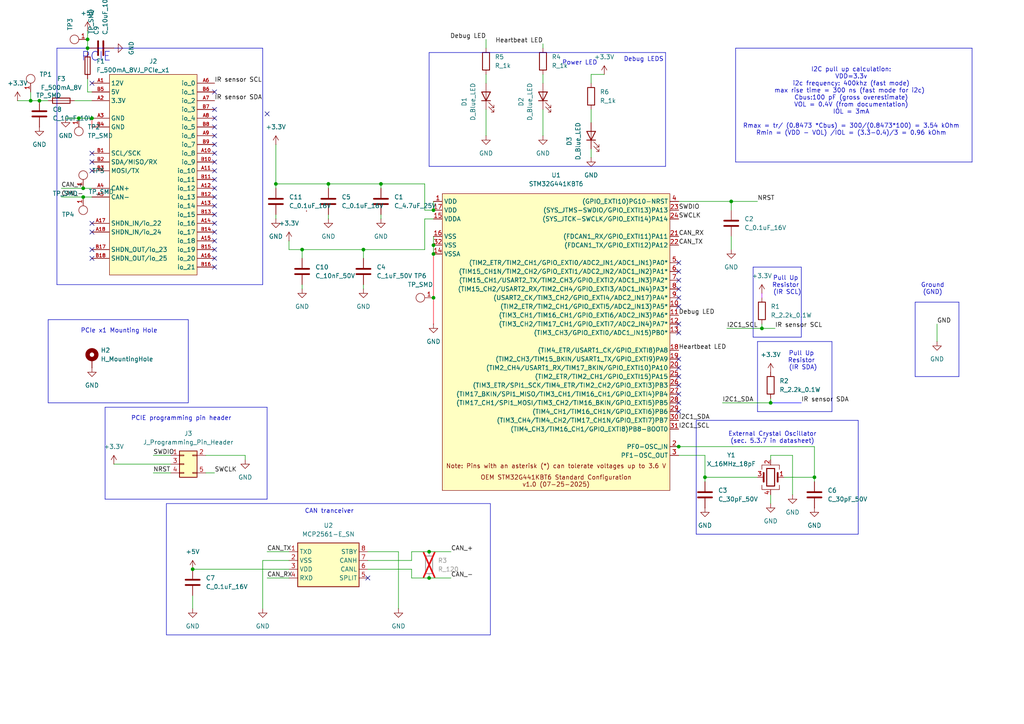
<source format=kicad_sch>
(kicad_sch (version 20250114) (generator "eeschema") (generator_version "9.0")
  (paper "A4")
  (lib_symbols
    (symbol "J_PCIe_x1_1"
      (property "Reference" "J" (at 0 30.48 0))
      (property "Value" "J_PCIe_x1" (at 0 27.94 0))
      (symbol "J_PCIe_x1_1_1_1"
        (pin bidirectional line (at -17.78 24.13 0) (length 5) (name "12V") (number "A1"))
        (pin bidirectional line (at -17.78 21.59 0) (length 5) (name "5V") (number "B5"))
        (pin bidirectional line (at -17.78 19.05 0) (length 5) (name "3.3V") (number "A2"))
        (pin bidirectional line (at -17.78 13.97 0) (length 5) (name "GND") (number "A3"))
        (pin bidirectional line (at -17.78 11.43 0) (length 5) (name "GND") (number "B4"))
        (pin bidirectional line (at -17.78 3.81 0) (length 5) (name "SCL/SCK") (number "B1"))
        (pin bidirectional line (at -17.78 1.27 0) (length 5) (name "SDA/MISO/RX") (number "B2"))
        (pin bidirectional line (at -17.78 -1.27 0) (length 5) (name "MOSI/TX") (number "B3"))
        (pin bidirectional line (at -17.78 -6.35 0) (length 5) (name "CAN+") (number "A4"))
        (pin bidirectional line (at -17.78 -8.89 0) (length 5) (name "CAN-") (number "A5"))
        (pin bidirectional line (at -17.78 -16.51 0) (length 5) (name "SHDN_IN/io_22") (number "A17"))
        (pin bidirectional line (at -17.78 -19.05 0) (length 5) (name "SHDN_IN/io_24") (number "A18"))
        (pin bidirectional line (at -17.78 -24.13 0) (length 5) (name "SHDN_OUT/io_23") (number "B17"))
        (pin bidirectional line (at -17.78 -26.67 0) (length 5) (name "SHDN_OUT/io_25") (number "B18"))
        (pin bidirectional line (at 17.78 24.13 180) (length 5) (name "io_0") (number "A6"))
        (pin bidirectional line (at 17.78 21.59 180) (length 5) (name "io_1") (number "B6"))
        (pin bidirectional line (at 17.78 19.05 180) (length 5) (name "io_2") (number "A7"))
        (pin bidirectional line (at 17.78 16.51 180) (length 5) (name "io_3") (number "B7"))
        (pin bidirectional line (at 17.78 13.97 180) (length 5) (name "io_4") (number "A8"))
        (pin bidirectional line (at 17.78 11.43 180) (length 5) (name "io_5") (number "B8"))
        (pin bidirectional line (at 17.78 8.89 180) (length 5) (name "io_6") (number "A9"))
        (pin bidirectional line (at 17.78 6.35 180) (length 5) (name "io_7") (number "B9"))
        (pin bidirectional line (at 17.78 3.81 180) (length 5) (name "io_8") (number "A10"))
        (pin bidirectional line (at 17.78 1.27 180) (length 5) (name "io_9") (number "B10"))
        (pin bidirectional line (at 17.78 -1.27 180) (length 5) (name "io_10") (number "A11"))
        (pin bidirectional line (at 17.78 -3.81 180) (length 5) (name "io_11") (number "B11"))
        (pin bidirectional line (at 17.78 -6.35 180) (length 5) (name "io_12") (number "A12"))
        (pin bidirectional line (at 17.78 -8.89 180) (length 5) (name "io_13") (number "B12"))
        (pin bidirectional line (at 17.78 -11.43 180) (length 5) (name "io_14") (number "A13"))
        (pin bidirectional line (at 17.78 -13.97 180) (length 5) (name "io_15") (number "B13"))
        (pin bidirectional line (at 17.78 -16.51 180) (length 5) (name "io_16") (number "A14"))
        (pin bidirectional line (at 17.78 -19.05 180) (length 5) (name "io_17") (number "B14"))
        (pin bidirectional line (at 17.78 -21.59 180) (length 5) (name "io_18") (number "A15"))
        (pin bidirectional line (at 17.78 -24.13 180) (length 5) (name "io_19") (number "B15"))
        (pin bidirectional line (at 17.78 -26.67 180) (length 5) (name "io_20") (number "A16"))
        (pin bidirectional line (at 17.78 -29.21 180) (length 5) (name "io_21") (number "B16"))
      )
    )
    (symbol "J_Programming_Pin_Header_1" (pin_names (offset 1.016) (hide yes))
      (property "Reference" "J" (at 1.27 5.08 0))
      (property "Value" "J_Programming_Pin_Header" (at 1.27 -5.08 0))
      (symbol "J_Programming_Pin_Header_1_1_1"
        (pin passive line (at -3.81 2.54 0) (length 2.54) (name "Pin_1") (number "1"))
        (pin passive line (at -3.81 0 0) (length 2.54) (name "Pin_3") (number "3"))
        (pin passive line (at -3.81 -2.54 0) (length 2.54) (name "Pin_4") (number "4"))
        (pin passive line (at 6.35 2.54 180) (length 2.54) (name "Pin_2") (number "2"))
        (pin passive line (at 6.35 -2.54 180) (length 2.54) (name "Pin_5") (number "5"))
      )
    )
    (symbol "OEM:C_0.1uF_16V_0603" (pin_numbers (hide yes)) (pin_names (offset 0.254))
      (property "Reference" "C" (at 0.635 2.54 0))
      (property "Value" "C_0.1uF_16V" (at 0.635 -2.54 0))
      (symbol "C_0.1uF_16V_0603_1_1"
        (pin passive line (at 0 3.81 270) (length 2.794) (name "~") (number "1"))
        (pin passive line (at 0 -3.81 90) (length 2.794) (name "~") (number "2"))
      )
    )
    (symbol "OEM:C_10nF_50V_0603" (pin_numbers (hide yes)) (pin_names (offset 0.254))
      (property "Reference" "C" (at 0.635 2.54 0))
      (property "Value" "C_10nF_50V" (at 0.635 -2.54 0))
      (symbol "C_10nF_50V_0603_1_1"
        (pin passive line (at 0 3.81 270) (length 2.794) (name "~") (number "1"))
        (pin passive line (at 0 -3.81 90) (length 2.794) (name "~") (number "2"))
      )
    )
    (symbol "OEM:C_10uF_10V_0603" (pin_numbers (hide yes)) (pin_names (offset 0.254))
      (property "Reference" "C" (at 0.635 2.54 0))
      (property "Value" "C_10uF_10V" (at 0.635 -2.54 0))
      (symbol "C_10uF_10V_0603_1_1"
        (pin passive line (at 0 3.81 270) (length 2.794) (name "~") (number "1"))
        (pin passive line (at 0 -3.81 90) (length 2.794) (name "~") (number "2"))
      )
    )
    (symbol "OEM:C_1uF_50V_0603" (pin_numbers (hide yes)) (pin_names (offset 0.254))
      (property "Reference" "C" (at 0.635 2.54 0))
      (property "Value" "C_1uF_50V" (at 0.635 -2.54 0))
      (symbol "C_1uF_50V_0603_1_1"
        (pin passive line (at 0 3.81 270) (length 2.794) (name "~") (number "1"))
        (pin passive line (at 0 -3.81 90) (length 2.794) (name "~") (number "2"))
      )
    )
    (symbol "OEM:C_30pF_50V_0603" (pin_numbers (hide yes)) (pin_names (offset 0.254))
      (property "Reference" "C" (at 0.635 2.54 0))
      (property "Value" "C_30pF_50V" (at 0.635 -2.54 0))
      (symbol "C_30pF_50V_0603_1_1"
        (pin passive line (at 0 3.81 270) (length 2.794) (name "~") (number "1"))
        (pin passive line (at 0 -3.81 90) (length 2.794) (name "~") (number "2"))
      )
    )
    (symbol "OEM:C_4.7uF_25V_0603" (pin_numbers (hide yes)) (pin_names (offset 0.254))
      (property "Reference" "C" (at 0.635 2.54 0))
      (property "Value" "C_4.7uF_25V" (at 0.635 -2.54 0))
      (symbol "C_4.7uF_25V_0603_1_1"
        (pin passive line (at 0 3.81 270) (length 2.794) (name "~") (number "1"))
        (pin passive line (at 0 -3.81 90) (length 2.794) (name "~") (number "2"))
      )
    )
    (symbol "OEM:D_LED_Blue_0805" (pin_numbers (hide yes)) (pin_names (offset 1.016) (hide yes))
      (property "Reference" "D" (at 0 2.54 0))
      (property "Value" "D_Blue_LED" (at 0 -2.54 0))
      (symbol "D_LED_Blue_0805_1_1"
        (pin passive line (at -3.81 0 0) (length 2.54) (name "K") (number "1"))
        (pin passive line (at 3.81 0 180) (length 2.54) (name "A") (number "2"))
      )
    )
    (symbol "OEM:F_500mA_8V_1206" (pin_numbers (hide yes)) (pin_names (offset 0))
      (property "Reference" "F" (at 2.032 0 90))
      (property "Value" "F_500mA_8V" (at -1.905 0 90))
      (symbol "F_500mA_8V_1206_1_1"
        (pin passive line (at 0 3.81 270) (length 1.27) (name "~") (number "1"))
        (pin passive line (at 0 -3.81 90) (length 1.27) (name "~") (number "2"))
      )
    )
    (symbol "OEM:H_MountingHole" (pin_numbers (hide yes)) (pin_names (offset 1.016) (hide yes)) (in_bom no)
      (property "Reference" "H" (at 0 6.35 0))
      (property "Value" "H_MountingHole" (at 0 4.445 0))
      (symbol "H_MountingHole_1_1"
        (pin input line (at 0 -2.54 90) (length 2.54) (name "1") (number "1"))
      )
    )
    (symbol "OEM:R_120_0.1W_0603" (pin_numbers (hide yes)) (pin_names (offset 0))
      (property "Reference" "R" (at 2.032 0 90))
      (property "Value" "R_120" (at 0 0 90))
      (symbol "R_120_0.1W_0603_1_1"
        (pin passive line (at 0 3.81 270) (length 1.27) (name "~") (number "1"))
        (pin passive line (at 0 -3.81 90) (length 1.27) (name "~") (number "2"))
      )
    )
    (symbol "OEM:R_1k_0.1W_0603" (pin_numbers (hide yes)) (pin_names (offset 0))
      (property "Reference" "R" (at 2.032 0 90))
      (property "Value" "R_1k" (at 0 0 90))
      (symbol "R_1k_0.1W_0603_1_1"
        (pin passive line (at 0 3.81 270) (length 1.27) (name "~") (number "1"))
        (pin passive line (at 0 -3.81 90) (length 1.27) (name "~") (number "2"))
      )
    )
    (symbol "OEM:R_2.2k_0.1W_0603" (pin_numbers (hide yes)) (pin_names (offset 0))
      (property "Reference" "R" (at 2.032 0 90))
      (property "Value" "R_2.2k_0.1W" (at 0 0 90))
      (symbol "R_2.2k_0.1W_0603_1_1"
        (pin passive line (at 0 3.81 270) (length 1.27) (name "~") (number "1"))
        (pin passive line (at 0 -3.81 90) (length 1.27) (name "~") (number "2"))
      )
    )
    (symbol "OEM:TP_Hook_SMD" (pin_names (offset 1.016))
      (property "Reference" "TP" (at 0 7.62 0))
      (property "Value" "TP_SMD" (at 1.27 5.08 0))
      (symbol "TP_Hook_SMD_1_1"
        (pin input line (at 0 -1.27 90) (length 2.54) (name "~") (number "1"))
      )
    )
    (symbol "OEM:U_CAN-Transceiver_MCP2561-E_SN_SOIC-8"
      (property "Reference" "U" (at 10.16 11.43 0))
      (property "Value" "MCP2561-E_SN" (at 10.16 8.89 0))
      (symbol "U_CAN-Transceiver_MCP2561-E_SN_SOIC-8_1_1"
        (pin passive line (at -11.43 3.81 0) (length 2.54) (name "TXD") (number "1"))
        (pin passive line (at -11.43 1.27 0) (length 2.54) (name "VSS") (number "2"))
        (pin passive line (at -11.43 -1.27 0) (length 2.54) (name "VDD") (number "3"))
        (pin passive line (at -11.43 -3.81 0) (length 2.54) (name "RXD") (number "4"))
        (pin passive line (at 11.43 3.81 180) (length 2.54) (name "STBY") (number "8"))
        (pin passive line (at 11.43 1.27 180) (length 2.54) (name "CANH") (number "7"))
        (pin passive line (at 11.43 -1.27 180) (length 2.54) (name "CANL") (number "6"))
        (pin passive line (at 11.43 -3.81 180) (length 2.54) (name "SPLIT") (number "5"))
      )
    )
    (symbol "OEM:U_MCU_STM32G441KBT6_32-LQFP"
      (property "Reference" "U" (at 0 47.244 0))
      (property "Value" "STM32G441KBT6" (at 0 44.704 0))
      (symbol "U_MCU_STM32G441KBT6_32-LQFP_1_1"
        (text "Note: Pins with an asterisk (*) can tolerate voltages up to 3.6 V\n" (at 0 -36.068 0) (effects (font (size 1.27 1.27))))
        (text "OEM STM32G441KBT6 Standard Configuration\nv1.0 (07-25-2025)" (at 0 -40.386 0) (effects (font (size 1.27 1.27))))
        (pin power_in line (at -35.56 40.64 0) (length 2.54) (name "VDD") (number "1"))
        (pin power_in line (at -35.56 38.1 0) (length 2.54) (name "VDD") (number "17"))
        (pin power_in line (at -35.56 35.56 0) (length 2.54) (name "VDDA") (number "15"))
        (pin power_in line (at -35.56 30.48 0) (length 2.54) (name "VSS") (number "16"))
        (pin power_in line (at -35.56 27.94 0) (length 2.54) (name "VSS") (number "32"))
        (pin power_in line (at -35.56 25.4 0) (length 2.54) (name "VSSA") (number "14"))
        (pin bidirectional line (at 35.56 40.64 180) (length 2.54) (name "(GPIO_EXTI10)PG10-NRST") (number "4"))
        (pin bidirectional line (at 35.56 38.1 180) (length 2.54) (name "(SYS_JTMS-SWDIO/GPIO_EXTI13)PA13") (number "23"))
        (pin bidirectional line (at 35.56 35.56 180) (length 2.54) (name "(SYS_JTCK-SWCLK/GPIO_EXTI14)PA14") (number "24"))
        (pin bidirectional line (at 35.56 30.48 180) (length 2.54) (name "(FDCAN1_RX/GPIO_EXTI11)PA11") (number "21"))
        (pin bidirectional line (at 35.56 27.94 180) (length 2.54) (name "(FDCAN1_TX/GPIO_EXTI12)PA12") (number "22"))
        (pin bidirectional line (at 35.56 22.86 180) (length 2.54) (name "(TIM2_ETR/TIM2_CH1/GPIO_EXTI0/ADC2_IN1/ADC1_IN1)PA0*") (number "5"))
        (pin bidirectional line (at 35.56 20.32 180) (length 2.54) (name "(TIM15_CH1N/TIM2_CH2/GPIO_EXTI1/ADC2_IN2/ADC1_IN2)PA1*") (number "6"))
        (pin bidirectional line (at 35.56 17.78 180) (length 2.54) (name "(TIM15_CH1/USART2_TX/TIM2_CH3/GPIO_EXTI2/ADC1_IN3)PA2*") (number "7"))
        (pin bidirectional line (at 35.56 15.24 180) (length 2.54) (name "(TIM15_CH2/USART2_RX/TIM2_CH4/GPIO_EXTI3/ADC1_IN4)PA3*") (number "8"))
        (pin bidirectional line (at 35.56 12.7 180) (length 2.54) (name "(USART2_CK/TIM3_CH2/GPIO_EXTI4/ADC2_IN17)PA4*") (number "9"))
        (pin bidirectional line (at 35.56 10.16 180) (length 2.54) (name "(TIM2_ETR/TIM2_CH1/GPIO_EXTI5/ADC2_IN13)PA5*") (number "10"))
        (pin bidirectional line (at 35.56 7.62 180) (length 2.54) (name "(TIM3_CH1/TIM16_CH1/GPIO_EXTI6/ADC2_IN3)PA6*") (number "11"))
        (pin bidirectional line (at 35.56 5.08 180) (length 2.54) (name "(TIM3_CH2/TIM17_CH1/GPIO_EXTI7/ADC2_IN4)PA7*") (number "12"))
        (pin bidirectional line (at 35.56 2.54 180) (length 2.54) (name "(TIM3_CH3/GPIO_EXTI0/ADC1_IN15)PB0*") (number "13"))
        (pin bidirectional line (at 35.56 -2.54 180) (length 2.54) (name "(TIM4_ETR/USART1_CK/GPIO_EXTI8)PA8") (number "18"))
        (pin bidirectional line (at 35.56 -5.08 180) (length 2.54) (name "(TIM2_CH3/TIM15_BKIN/USART1_TX/GPIO_EXTI9)PA9") (number "19"))
        (pin bidirectional line (at 35.56 -7.62 180) (length 2.54) (name "(TIM2_CH4/USART1_RX/TIM17_BKIN/GPIO_EXTI10)PA10") (number "20"))
        (pin bidirectional line (at 35.56 -10.16 180) (length 2.54) (name "(TIM2_ETR/TIM2_CH1/GPIO_EXTI15)PA15") (number "25"))
        (pin bidirectional line (at 35.56 -12.7 180) (length 2.54) (name "(TIM3_ETR/SPI1_SCK/TIM4_ETR/TIM2_CH2/GPIO_EXTI3)PB3") (number "26"))
        (pin bidirectional line (at 35.56 -15.24 180) (length 2.54) (name "(TIM17_BKIN/SPI1_MISO/TIM3_CH1/TIM16_CH1/GPIO_EXTI4)PB4") (number "27"))
        (pin bidirectional line (at 35.56 -17.78 180) (length 2.54) (name "(TIM17_CH1/SPI1_MOSI/TIM3_CH2/TIM16_BKIN/GPIO_EXTI5)PB5") (number "28"))
        (pin bidirectional line (at 35.56 -20.32 180) (length 2.54) (name "(TIM4_CH1/TIM16_CH1N/GPIO_EXTI6)PB6") (number "29"))
        (pin bidirectional line (at 35.56 -22.86 180) (length 2.54) (name "(TIM3_CH4/TIM4_CH2/TIM17_CH1N/GPIO_EXTI7)PB7") (number "30"))
        (pin bidirectional line (at 35.56 -25.4 180) (length 2.54) (name "(TIM4_CH3/TIM16_CH1/GPIO_EXTI8)PB8-BOOT0") (number "31"))
        (pin bidirectional line (at 35.56 -30.48 180) (length 2.54) (name "PF0-OSC_IN") (number "2"))
        (pin bidirectional line (at 35.56 -33.02 180) (length 2.54) (name "PF1-OSC_OUT") (number "3"))
      )
    )
    (symbol "OEM:X_16MHz_18pF_SMD" (pin_names (offset 1.016) (hide yes))
      (property "Reference" "Y" (at 3.175 5.08 0))
      (property "Value" "X_16MHz_18pF" (at 3.175 3.175 0))
      (symbol "X_16MHz_18pF_SMD_1_1"
        (pin passive line (at -3.81 0 0) (length 1.27) (name "1") (number "1"))
        (pin passive line (at 0 5.08 270) (length 1.27) (name "2") (number "2"))
        (pin passive line (at 0 -5.08 90) (length 1.27) (name "4") (number "4"))
        (pin passive line (at 3.81 0 180) (length 1.27) (name "3") (number "3"))
      )
    )
    (symbol "power:+3.3V" (power) (pin_numbers (hide yes)) (pin_names (offset 0) (hide yes))
      (property "Value" "+3.3V" (at 0 3.556 0))
      (symbol "+3.3V_1_1"
        (pin power_in line (at 0 0 90) (length 0) (name "~") (number "1"))
      )
    )
    (symbol "power:+5V" (power) (pin_numbers (hide yes)) (pin_names (offset 0) (hide yes))
      (property "Value" "+5V" (at 0 3.556 0))
      (symbol "+5V_1_1"
        (pin power_in line (at 0 0 90) (length 0) (name "~") (number "1"))
      )
    )
    (symbol "power:GND" (power) (pin_numbers (hide yes)) (pin_names (offset 0) (hide yes))
      (property "Value" "GND" (at 0 -3.81 0))
      (symbol "GND_1_1"
        (pin power_in line (at 0 0 270) (length 0) (name "~") (number "1"))
      )
    )
  )
  (rectangle (start 48.26 146.05) (end 142.24 184.15))
  (text "PCIE programming pin header\n" (at 52.578 121.412 0) (effects (font (size 1.27 1.27))))
  (text "PCIe x1 Mounting Hole" (at 34.544 96.012 0) (effects (font (size 1.27 1.27))))
  (text "I2C pull up calculation:\nVDD=3.3v\ni2c frequency: 400khz (fast mode)\nmax rise time = 300 ns (fast mode for i2c) \nCbus:100 pF (gross overestimate)\nVOL = 0.4V (from documentation)\nIOL = 3mA\n\nRmax = tr/ (0.8473 *Cbus) = 300/(0.8473*100) = 3.54 kOhm\nRmin = (VDD - VOL) /IOL = (3.3-0.4)/3 = 0.96 kOhm" (at 246.888 29.464 0) (effects (font (size 1.27 1.27))))
  (text "External Crystal Oscillator\n(sec. 5.3.7 in datasheet)" (at 224.028 127 0) (effects (font (size 1.27 1.27))))
  (text "PCIE\n" (at 27.94 16.51 0) (effects (font (size 2.54 2.54))))
  (text "Ground\n(GND)\n" (at 270.51 83.82 0) (effects (font (size 1.27 1.27))))
  (text "Power LED\n" (at 168.148 18.288 0) (effects (font (size 1.27 1.27))))
  (text "CAN tranceiver\n" (at 95.504 148.336 0) (effects (font (size 1.27 1.27))))
  (text "Pull Up \nResistor \n(IR SDA)\n" (at 232.918 104.648 0) (effects (font (size 1.27 1.27))))
  (text "Pull Up \nResistor \n(IR SCL)\n" (at 228.346 82.804 0) (effects (font (size 1.27 1.27))))
  (text "Debug LEDS\n" (at 186.69 17.272 0) (effects (font (size 1.27 1.27))))
  (junction (at 110.49 53.34))
  (junction (at 196.85 129.54))
  (junction (at 125.73 71.12))
  (junction (at 212.09 58.42))
  (junction (at 124.46 167.64))
  (junction (at 87.63 72.39))
  (junction (at 24.13 54.61))
  (junction (at 124.46 160.02))
  (junction (at 24.13 57.15))
  (junction (at 125.73 60.96))
  (junction (at 125.73 86.36))
  (junction (at 25.4 11.43))
  (junction (at 105.41 72.39))
  (junction (at 11.43 29.21))
  (junction (at 22.86 34.29))
  (junction (at 220.98 95.25))
  (junction (at 26.67 34.29))
  (junction (at 223.52 116.84))
  (junction (at 204.47 138.43))
  (junction (at 55.88 165.1))
  (junction (at 8.89 29.21))
  (junction (at 25.4 13.97))
  (junction (at 95.25 53.34))
  (junction (at 80.01 53.34))
  (junction (at 236.22 138.43))
  (junction (at 125.73 73.66))
  (no_connect (at 106.68 167.64))
  (no_connect (at 26.67 67.31))
  (no_connect (at 62.23 64.77))
  (no_connect (at 77.47 33.02))
  (no_connect (at 196.85 81.28))
  (no_connect (at 62.23 67.31))
  (no_connect (at 62.23 74.93))
  (no_connect (at 26.67 64.77))
  (no_connect (at 196.85 86.36))
  (no_connect (at 62.23 69.85))
  (no_connect (at 62.23 46.99))
  (no_connect (at 62.23 26.67))
  (no_connect (at 196.85 96.52))
  (no_connect (at 196.85 78.74))
  (no_connect (at 62.23 77.47))
  (no_connect (at 26.67 49.53))
  (no_connect (at 196.85 111.76))
  (no_connect (at 196.85 106.68))
  (no_connect (at 62.23 72.39))
  (no_connect (at 196.85 93.98))
  (no_connect (at 26.67 44.45))
  (no_connect (at 26.67 72.39))
  (no_connect (at 62.23 57.15))
  (no_connect (at 62.23 36.83))
  (no_connect (at 26.67 74.93))
  (no_connect (at 62.23 49.53))
  (no_connect (at 62.23 52.07))
  (no_connect (at 196.85 119.38))
  (no_connect (at 196.85 76.2))
  (no_connect (at 196.85 104.14))
  (no_connect (at 196.85 88.9))
  (no_connect (at 196.85 109.22))
  (no_connect (at 62.23 59.69))
  (no_connect (at 62.23 62.23))
  (no_connect (at 62.23 39.37))
  (no_connect (at 26.67 24.13))
  (no_connect (at 26.67 46.99))
  (no_connect (at 62.23 31.75))
  (no_connect (at 62.23 41.91))
  (no_connect (at 196.85 114.3))
  (no_connect (at 196.85 83.82))
  (no_connect (at 62.23 34.29))
  (no_connect (at 62.23 44.45))
  (no_connect (at 62.23 54.61))
  (no_connect (at 196.85 116.84))
  (polyline (pts (xy 218.44 97.79) (xy 232.41 97.79)))
  (wire (pts (xy 11.43 29.21) (xy 13.97 29.21)))
  (wire (pts (xy 171.45 31.75) (xy 171.45 35.56)))
  (polyline (pts (xy 219.71 119.38) (xy 241.3 119.38)))
  (wire (pts (xy 83.82 69.85) (xy 83.82 72.39)))
  (wire (pts (xy 227.33 138.43) (xy 236.22 138.43)))
  (wire (pts (xy 204.47 138.43) (xy 204.47 139.7)))
  (wire (pts (xy 25.4 13.97) (xy 25.4 15.24)))
  (wire (pts (xy 25.4 22.86) (xy 25.4 26.67)))
  (wire (pts (xy 125.73 71.12) (xy 125.73 73.66)))
  (wire (pts (xy 119.38 165.1) (xy 119.38 167.64)))
  (wire (pts (xy 119.38 160.02) (xy 124.46 160.02)))
  (wire (pts (xy 26.67 26.67) (xy 25.4 26.67)))
  (wire (pts (xy 59.69 137.16) (xy 62.23 137.16)))
  (polyline (pts (xy 77.47 144.78) (xy 77.47 118.11)))
  (polyline (pts (xy 265.43 87.63) (xy 278.13 87.63)))
  (polyline (pts (xy 30.48 118.11) (xy 77.47 118.11)))
  (polyline (pts (xy 201.93 121.92) (xy 248.92 121.92)))
  (polyline (pts (xy 124.46 48.26) (xy 193.04 48.26)))
  (wire (pts (xy 115.57 160.02) (xy 115.57 176.53)))
  (polyline (pts (xy 265.43 87.63) (xy 265.43 109.22)))
  (wire (pts (xy 171.45 21.59) (xy 171.45 24.13)))
  (wire (pts (xy 220.98 93.98) (xy 220.98 95.25)))
  (wire (pts (xy 8.89 26.67) (xy 8.89 29.21)))
  (polyline (pts (xy 201.93 154.94) (xy 248.92 154.94)))
  (wire (pts (xy 106.68 160.02) (xy 115.57 160.02)))
  (wire (pts (xy 25.4 11.43) (xy 25.4 13.97)))
  (polyline (pts (xy 76.2 82.55) (xy 16.51 82.55)))
  (wire (pts (xy 196.85 129.54) (xy 236.22 129.54)))
  (wire (pts (xy 229.87 132.08) (xy 229.87 143.51)))
  (wire (pts (xy 157.48 39.37) (xy 157.48 31.75)))
  (polyline (pts (xy 30.48 118.11) (xy 30.48 144.78)))
  (wire (pts (xy 212.09 58.42) (xy 212.09 60.96)))
  (polyline (pts (xy 232.41 97.79) (xy 232.41 77.47)))
  (wire (pts (xy 220.98 85.09) (xy 220.98 86.36)) (stroke (width 0) (color 181 0 255 1)))
  (wire (pts (xy 123.19 63.5) (xy 125.73 63.5)))
  (wire (pts (xy 123.19 53.34) (xy 123.19 60.96)))
  (wire (pts (xy 77.47 160.02) (xy 83.82 160.02)))
  (polyline (pts (xy 193.04 15.24) (xy 124.46 15.24)))
  (wire (pts (xy 95.25 63.5) (xy 95.25 62.23)))
  (polyline (pts (xy 265.43 109.22) (xy 278.13 109.22)))
  (polyline (pts (xy 13.97 92.71) (xy 54.61 92.71)))
  (wire (pts (xy 87.63 72.39) (xy 105.41 72.39)))
  (wire (pts (xy 196.85 132.08) (xy 204.47 132.08)))
  (polyline (pts (xy 218.44 77.47) (xy 232.41 77.47)))
  (wire (pts (xy 95.25 53.34) (xy 110.49 53.34)))
  (wire (pts (xy 125.73 73.66) (xy 125.73 86.36)) (stroke (width 0) (color 255 0 22 1)))
  (wire (pts (xy 125.73 68.58) (xy 125.73 71.12)))
  (wire (pts (xy 119.38 167.64) (xy 124.46 167.64)))
  (polyline (pts (xy 281.94 46.99) (xy 281.94 13.97)))
  (wire (pts (xy 105.41 72.39) (xy 123.19 72.39)))
  (wire (pts (xy 204.47 138.43) (xy 219.71 138.43)))
  (wire (pts (xy 223.52 116.84) (xy 209.55 116.84)))
  (wire (pts (xy 55.88 172.72) (xy 55.88 176.53)))
  (wire (pts (xy 210.82 95.25) (xy 220.98 95.25)))
  (wire (pts (xy 44.45 137.16) (xy 49.53 137.16)))
  (wire (pts (xy 140.97 11.43) (xy 140.97 13.97)))
  (wire (pts (xy 196.85 58.42) (xy 212.09 58.42)))
  (wire (pts (xy 87.63 74.93) (xy 87.63 72.39)))
  (wire (pts (xy 80.01 41.91) (xy 80.01 53.34)))
  (wire (pts (xy 22.86 34.29) (xy 26.67 34.29)))
  (wire (pts (xy 124.46 160.02) (xy 130.81 160.02)))
  (wire (pts (xy 125.73 58.42) (xy 125.73 60.96)))
  (wire (pts (xy 119.38 160.02) (xy 119.38 162.56)))
  (wire (pts (xy 55.88 165.1) (xy 83.82 165.1)))
  (wire (pts (xy 80.01 53.34) (xy 80.01 54.61)))
  (wire (pts (xy 83.82 162.56) (xy 76.2 162.56)))
  (wire (pts (xy 110.49 63.5) (xy 110.49 62.23)))
  (wire (pts (xy 171.45 45.72) (xy 171.45 43.18)))
  (wire (pts (xy 5.08 29.21) (xy 8.89 29.21)))
  (wire (pts (xy 105.41 83.82) (xy 105.41 82.55)))
  (wire (pts (xy 110.49 53.34) (xy 123.19 53.34)))
  (wire (pts (xy 220.98 95.25) (xy 224.79 95.25)))
  (polyline (pts (xy 16.51 13.97) (xy 16.51 82.55)))
  (polyline (pts (xy 219.71 99.06) (xy 219.71 119.38)))
  (wire (pts (xy 236.22 138.43) (xy 236.22 139.7)))
  (polyline (pts (xy 124.46 48.26) (xy 124.46 15.24)))
  (wire (pts (xy 157.48 12.7) (xy 157.48 13.97)))
  (polyline (pts (xy 248.92 154.94) (xy 248.92 121.92)))
  (polyline (pts (xy 218.44 77.47) (xy 218.44 97.79)))
  (wire (pts (xy 59.69 132.08) (xy 71.12 132.08)))
  (wire (pts (xy 110.49 54.61) (xy 110.49 53.34)))
  (wire (pts (xy 8.89 29.21) (xy 11.43 29.21)))
  (wire (pts (xy 212.09 58.42) (xy 219.71 58.42)))
  (wire (pts (xy 19.05 34.29) (xy 22.86 34.29)))
  (wire (pts (xy 157.48 21.59) (xy 157.48 24.13)))
  (wire (pts (xy 83.82 72.39) (xy 87.63 72.39)))
  (wire (pts (xy 106.68 162.56) (xy 119.38 162.56)))
  (wire (pts (xy 223.52 116.84) (xy 232.41 116.84)) (stroke (width 0) (color 5 0 255 1)))
  (wire (pts (xy 212.09 68.58) (xy 212.09 72.39)))
  (wire (pts (xy 195.58 129.54) (xy 196.85 129.54)))
  (wire (pts (xy 171.45 21.59) (xy 175.26 21.59)))
  (polyline (pts (xy 213.36 46.99) (xy 213.36 13.97)))
  (polyline (pts (xy 241.3 119.38) (xy 241.3 99.06)))
  (wire (pts (xy 80.01 53.34) (xy 95.25 53.34)))
  (wire (pts (xy 95.25 54.61) (xy 95.25 53.34)))
  (wire (pts (xy 24.13 57.15) (xy 26.67 57.15)))
  (wire (pts (xy 123.19 60.96) (xy 125.73 60.96)))
  (polyline (pts (xy 219.71 99.06) (xy 241.3 99.06)))
  (wire (pts (xy 223.52 143.51) (xy 223.52 146.05)))
  (wire (pts (xy 71.12 132.08) (xy 71.12 133.35)))
  (wire (pts (xy 17.78 54.61) (xy 24.13 54.61)))
  (polyline (pts (xy 30.48 144.78) (xy 77.47 144.78)))
  (polyline (pts (xy 201.93 121.92) (xy 201.93 154.94)))
  (wire (pts (xy 204.47 132.08) (xy 204.47 138.43)))
  (wire (pts (xy 80.01 63.5) (xy 80.01 62.23)))
  (wire (pts (xy 17.78 57.15) (xy 24.13 57.15)))
  (wire (pts (xy 24.13 54.61) (xy 26.67 54.61)))
  (polyline (pts (xy 193.04 48.26) (xy 193.04 15.24)))
  (wire (pts (xy 140.97 21.59) (xy 140.97 24.13)))
  (wire (pts (xy 105.41 74.93) (xy 105.41 72.39)))
  (polyline (pts (xy 213.36 46.99) (xy 281.94 46.99)))
  (wire (pts (xy 44.45 132.08) (xy 49.53 132.08)))
  (wire (pts (xy 223.52 115.57) (xy 223.52 116.84)))
  (polyline (pts (xy 54.61 116.84) (xy 54.61 92.71)))
  (polyline (pts (xy 76.2 82.55) (xy 76.2 13.97)))
  (wire (pts (xy 25.4 8.89) (xy 25.4 11.43)))
  (wire (pts (xy 77.47 167.64) (xy 83.82 167.64)))
  (polyline (pts (xy 278.13 109.22) (xy 278.13 87.63)))
  (wire (pts (xy 271.78 93.98) (xy 271.78 99.06)))
  (wire (pts (xy 236.22 129.54) (xy 236.22 138.43)))
  (wire (pts (xy 123.19 63.5) (xy 123.19 72.39)))
  (wire (pts (xy 125.73 86.36) (xy 125.73 93.98)) (stroke (width 0) (color 255 0 22 1)))
  (wire (pts (xy 106.68 165.1) (xy 119.38 165.1)))
  (wire (pts (xy 76.2 162.56) (xy 76.2 176.53)))
  (polyline (pts (xy 76.2 13.97) (xy 16.51 13.97)))
  (wire (pts (xy 87.63 83.82) (xy 87.63 82.55)))
  (wire (pts (xy 33.02 134.62) (xy 49.53 134.62)))
  (wire (pts (xy 21.59 29.21) (xy 26.67 29.21)))
  (polyline (pts (xy 13.97 92.71) (xy 13.97 116.84)))
  (wire (pts (xy 223.52 133.35) (xy 223.52 132.08)))
  (wire (pts (xy 140.97 39.37) (xy 140.97 31.75)))
  (wire (pts (xy 26.67 34.29) (xy 26.67 36.83)) (stroke (width 0) (color 255 0 0 1)))
  (wire (pts (xy 223.52 132.08) (xy 229.87 132.08)))
  (wire (pts (xy 124.46 167.64) (xy 130.81 167.64)))
  (polyline (pts (xy 281.94 13.97) (xy 213.36 13.97)))
  (polyline (pts (xy 13.97 116.84) (xy 54.61 116.84)))
  (label "I2C1_SCL" (at 210.82 95.25 0))
  (label "IR sensor SDA" (at 62.23 29.21 0))
  (label "SWCLK" (at 196.85 63.5 0))
  (label "SWDIO" (at 44.45 132.08 0))
  (label "Debug LED" (at 140.97 11.43 180))
  (label "NRST" (at 44.45 137.16 0))
  (label "Heartbeat LED" (at 196.85 101.6 0))
  (label "NRST" (at 219.71 58.42 0))
  (label "CAN_RX" (at 196.85 68.58 0))
  (label "IR sensor SDA" (at 232.41 116.84 0))
  (label "CAN_-" (at 17.78 57.15 0))
  (label "SWCLK" (at 62.23 137.16 0))
  (label "CAN_TX" (at 196.85 71.12 0))
  (label "CAN_TX" (at 77.47 160.02 0))
  (label "CAN_+" (at 130.81 160.02 0))
  (label "Heartbeat LED" (at 157.48 12.7 180))
  (label "Debug LED" (at 196.85 91.44 0))
  (label "SWDIO" (at 196.85 60.96 0))
  (label "CAN_-" (at 130.81 167.64 0))
  (label "IR sensor SCL" (at 62.23 24.13 0))
  (label "IR sensor SCL" (at 224.79 95.25 0))
  (label "GND" (at 271.78 93.98 0))
  (label "CAN_RX" (at 77.47 167.64 0))
  (label "I2C1_SDA" (at 196.85 121.92 0))
  (label "I2C1_SCL" (at 196.85 124.46 0))
  (label "I2C1_SDA" (at 209.55 116.84 0))
  (label "CAN_+" (at 17.78 54.61 0))
  (symbol (lib_id "OEM:C_30pF_50V_0603") (at 236.22 143.51 0) (unit 1)
    (property "Reference" "C6" (at 240.03 142.2399 0) (effects (justify left)))
    (property "Value" "C_30pF_50V" (at 240.03 144.7799 0) (effects (justify left)))
    (property "Footprint" "OEM:C_0603_1608Metric" (effects (hide yes)))
    (property "Datasheet" "https://www.mouser.com/datasheet/3/1099/1/SEI-CML.PDF" (effects (hide yes)))
    (property "Description" "CAP CER 30PF 50V C0G/NP0 0603" (effects (hide yes)))
    (property "MPN" "CML0603C0G300JT50V" (effects (hide yes)))
  )
  (symbol (lib_id "OEM:C_1uF_50V_0603") (at 105.41 78.74 0) (unit 1)
    (property "Reference" "C4" (at 109.22 77.4699 0) (effects (justify left)))
    (property "Value" "C_1uF_50V" (at 109.22 80.0099 0) (effects (justify left)))
    (property "Footprint" "OEM:C_0603_1608Metric" (effects (hide yes)))
    (property "Datasheet" "https://mm.digikey.com/Volume0/opasdata/d220001/medias/docus/4819/UMK107BJ105KA-T_SS.pdf" (effects (hide yes)))
    (property "Description" "CAP CER 1UF 50V X5R 0603" (effects (hide yes)))
    (property "MPN" "UMK107BJ105KA-T" (effects (hide yes)))
  )
  (symbol (lib_id "OEM:C_4.7uF_25V_0603") (at 110.49 58.42 0) (unit 1)
    (property "Reference" "C1" (at 114.3 57.1499 0) (effects (justify left)))
    (property "Value" "C_4.7uF_25V" (at 114.3 59.6899 0) (effects (justify left)))
    (property "Footprint" "OEM:C_0603_1608Metric" (effects (hide yes)))
    (property "Datasheet" "https://www.mouser.com/catalog/specsheets/mure-s-a0004413631-1.pdf" (effects (hide yes)))
    (property "Description" "CAP CER 4.7UF 25V X5R 0603" (effects (hide yes)))
    (property "MPN" "GRT188R61E475ME13D" (effects (hide yes)))
  )
  (symbol (lib_id "OEM:R_1k_0.1W_0603") (at 140.97 17.78 0) (unit 1)
    (property "Reference" "R5" (at 143.51 16.5099 0) (effects (justify left)))
    (property "Value" "R_1k" (at 143.51 19.0499 0) (effects (justify left)))
    (property "Footprint" "OEM:R_0603_1608Metric" (effects (hide yes)))
    (property "Datasheet" "https://www.mouser.com/datasheet/3/1099/1/SEI-RMCF_RMCP.pdf (or https://industrial.panasonic.com/ww/products/pt/general-purpose-chip-resistors/models/ERJ3GEYJ102V)" (effects (hide yes)))
    (property "Description" "RES SMD 1K OHM 5% 1/10W 0603" (effects (hide yes)))
    (property "MPN" "RMCF0603FT1K00 (or ERJ-3GEYJ102V)" (effects (hide yes)))
  )
  (symbol (lib_id "OEM:R_2.2k_0.1W_0603") (at 223.52 111.76 0) (unit 1)
    (property "Reference" "R2" (at 226.06 110.4899 0) (effects (justify left)))
    (property "Value" "R_2.2k_0.1W" (at 226.06 113.0299 0) (effects (justify left)))
    (property "Footprint" "OEM:R_0603_1608Metric" (effects (hide yes)))
    (property "Datasheet" "https://www.mouser.com/datasheet/3/317/1/ASC_WR.pdf" (effects (hide yes)))
    (property "Description" "RES 2.2K OHM 5% 1/10W 0603" (effects (hide yes)))
    (property "MPN" "WR06X222 JTL" (effects (hide yes)))
  )
  (symbol (lib_id "OEM:TP_Hook_SMD") (at 22.86 35.56 180) (unit 1)
    (property "Reference" "TP2" (at 25.4 36.8299 0) (effects (justify right)))
    (property "Value" "TP_SMD" (at 25.4 39.3699 0) (effects (justify right)))
    (property "Footprint" "OEM:TP_Hook_SMD" (effects (hide yes)))
    (property "Datasheet" "https://www.mouser.com/datasheet/3/201/1/5019.PDF" (effects (hide yes)))
    (property "Description" "Test Point SMD Hook" (effects (hide yes)))
    (property "MPN" "5019" (effects (hide yes)))
  )
  (symbol (lib_id "power:GND") (at 11.43 36.83 0) (unit 1)
    (property "Reference" "#PWR023" (effects (hide yes)))
    (property "Value" "GND" (at 11.43 41.91 0))
    (property "Description" "Power symbol creates a global label with name \"GND\" , ground" (effects (hide yes)))
  )
  (symbol (lib_id "power:GND") (at 95.25 63.5 0) (unit 1)
    (property "Reference" "#PWR08" (effects (hide yes)))
    (property "Value" "GND" (at 95.25 68.58 0))
    (property "Description" "Power symbol creates a global label with name \"GND\" , ground" (effects (hide yes)))
  )
  (symbol (lib_id "power:GND") (at 171.45 45.72 0) (unit 1)
    (property "Reference" "#PWR027" (effects (hide yes)))
    (property "Value" "GND" (at 171.45 50.8 0))
    (property "Description" "Power symbol creates a global label with name \"GND\" , ground" (effects (hide yes)))
  )
  (symbol (lib_id "power:GND") (at 19.05 34.29 0) (unit 1)
    (property "Reference" "#PWR02" (effects (hide yes)))
    (property "Value" "GND" (at 19.05 39.37 0))
    (property "Description" "Power symbol creates a global label with name \"GND\" , ground" (effects (hide yes)))
  )
  (symbol (lib_id "OEM:C_10nF_50V_0603") (at 87.63 78.74 0) (unit 1)
    (property "Reference" "C10" (at 91.44 77.4699 0) (effects (justify left)))
    (property "Value" "C_10nF_50V" (at 91.44 80.0099 0) (effects (justify left)))
    (property "Footprint" "OEM:C_0603_1608Metric" (effects (hide yes)))
    (property "Datasheet" "https://mm.digikey.com/Volume0/opasdata/d220001/medias/docus/609/CL10B103KB8NNNC_Spec.pdf" (effects (hide yes)))
    (property "Description" "CAP CER 10000PF 50V X7R 0603" (effects (hide yes)))
    (property "MPN" "CL10B103KB8NNNC" (effects (hide yes)))
  )
  (symbol (lib_id "power:+3.3V") (at 5.08 29.21 0) (unit 1)
    (property "Reference" "#PWR09" (effects (hide yes)))
    (property "Value" "+3.3V" (at 5.08 24.13 0))
    (property "Description" "Power symbol creates a global label with name \"+3.3V\"" (effects (hide yes)))
  )
  (symbol (lib_id "power:GND") (at 55.88 176.53 0) (unit 1)
    (property "Reference" "#PWR030" (effects (hide yes)))
    (property "Value" "GND" (at 55.88 181.61 0))
    (property "Description" "Power symbol creates a global label with name \"GND\" , ground" (effects (hide yes)))
  )
  (symbol (lib_id "power:+3.3V") (at 33.02 134.62 0) (unit 1)
    (property "Reference" "#PWR017" (effects (hide yes)))
    (property "Value" "+3.3V" (at 33.02 129.54 0))
    (property "Description" "Power symbol creates a global label with name \"+3.3V\"" (effects (hide yes)))
  )
  (symbol (lib_id "power:GND") (at 71.12 133.35 0) (unit 1)
    (property "Reference" "#PWR018" (effects (hide yes)))
    (property "Value" "GND" (at 71.12 138.43 0))
    (property "Description" "Power symbol creates a global label with name \"GND\" , ground" (effects (hide yes)))
  )
  (symbol (lib_id "OEM:U_MCU_STM32G441KBT6_32-LQFP") (at 161.29 99.06 0) (unit 1)
    (property "Reference" "U1" (at 161.29 50.8 0))
    (property "Value" "STM32G441KBT6" (at 161.29 53.34 0))
    (property "Footprint" "OEM:LQFP-32_7x7mm_P0.8mm" (effects (hide yes)))
    (property "Datasheet" "https://www.st.com/resource/en/datasheet/stm32g441kb.pdf" (effects (hide yes)))
    (property "Description" "OEM STM32G441KBT6 Standard Configuration - v1.0 (07-25-2025)" (effects (hide yes)))
  )
  (symbol (lib_id "OEM:C_10uF_10V_0603") (at 11.43 33.02 0) (unit 1)
    (property "Reference" "C8" (at 15.24 31.7499 0) (effects (justify left)))
    (property "Value" "C_10uF_10V" (at 15.24 34.2899 0) (effects (justify left)))
    (property "Footprint" "OEM:C_0603_1608Metric" (effects (hide yes)))
    (property "Datasheet" "https://search.murata.co.jp/Ceramy/image/img/A01X/G101/ENG/GRM188D71A106KA73-01.pdf" (effects (hide yes)))
    (property "Description" "CAP CER 10UF 10V X7T 0603" (effects (hide yes)))
    (property "MPN" "GRM188D71A106KA73D" (effects (hide yes)))
  )
  (symbol (lib_id "OEM:X_16MHz_18pF_SMD") (at 223.52 138.43 0) (mirror y) (unit 1)
    (property "Reference" "Y1" (at 212.09 132.0098 0))
    (property "Value" "X_16MHz_18pF" (at 212.09 134.5498 0))
    (property "Footprint" "OEM:FA238160000MBC0 (X_16MHz_18pF_SMD - FA-238_16.0000MB-C0)" (effects (hide yes)))
    (property "Datasheet" "https://www.mouser.com/datasheet/3/97/1/FA-238_en.pdf" (effects (hide yes)))
    (property "Description" "CRYSTAL 16.0000MHZ 18PF SMD" (effects (hide yes)))
    (property "MPN" "FA-238 16.0000MB-C0" (effects (hide yes)))
  )
  (symbol (lib_id "power:+3.3V") (at 175.26 21.59 0) (unit 1)
    (property "Reference" "#PWR028" (effects (hide yes)))
    (property "Value" "+3.3V" (at 175.26 16.51 0))
    (property "Description" "Power symbol creates a global label with name \"+3.3V\"" (effects (hide yes)))
  )
  (symbol (lib_id "power:GND") (at 105.41 83.82 0) (unit 1)
    (property "Reference" "#PWR012" (effects (hide yes)))
    (property "Value" "GND" (at 105.41 88.9 0))
    (property "Description" "Power symbol creates a global label with name \"GND\" , ground" (effects (hide yes)))
  )
  (symbol (lib_id "power:+5V") (at 25.4 8.89 0) (unit 1)
    (property "Reference" "#PWR022" (effects (hide yes)))
    (property "Value" "+5V" (at 25.4 3.81 0))
    (property "Description" "Power symbol creates a global label with name \"+5V\"" (effects (hide yes)))
  )
  (symbol (lib_id "OEM:D_LED_Blue_0805") (at 157.48 27.94 90) (unit 1)
    (property "Reference" "D2" (at 151.13 29.5275 0))
    (property "Value" "D_Blue_LED" (at 153.67 29.5275 0))
    (property "Footprint" "OEM:D_0805_2012Metric" (effects (hide yes)))
    (property "Datasheet" "https://www.mouser.com/catalog/specsheets/Lite-On_LTST-C171TBKT.pdf" (effects (hide yes)))
    (property "Description" "LED BLUE CLEAR CHIP SMD" (effects (hide yes)))
    (property "Sim.Pins" "1=K 2=A" (effects (hide yes)))
    (property "MPN" "LTST-C171TBKT" (effects (hide yes)))
  )
  (symbol (lib_id "power:GND") (at 157.48 39.37 0) (unit 1)
    (property "Reference" "#PWR026" (effects (hide yes)))
    (property "Value" "GND" (at 157.48 44.45 0))
    (property "Description" "Power symbol creates a global label with name \"GND\" , ground" (effects (hide yes)))
  )
  (symbol (lib_id "power:GND") (at 204.47 147.32 0) (unit 1)
    (property "Reference" "#PWR019" (effects (hide yes)))
    (property "Value" "GND" (at 204.47 152.4 0))
    (property "Description" "Power symbol creates a global label with name \"GND\" , ground" (effects (hide yes)))
  )
  (symbol (lib_id "OEM:R_120_0.1W_0603") (at 124.46 163.83 0) (unit 1) (dnp yes)
    (property "Reference" "R3" (at 127 162.5599 0) (effects (justify left)))
    (property "Value" "R_120" (at 127 165.0999 0) (effects (justify left)))
    (property "Footprint" "OEM:R_0603_1608Metric" (effects (hide yes)))
    (property "Datasheet" "https://www.mouser.com/datasheet/3/508/1/PYu-RC_Group_51_RoHS_L_12.pdf" (effects (hide yes)))
    (property "Description" "RES 120 OHM 1% 1/10W 0603" (effects (hide yes)))
    (property "MPN" "RC0603FR-13120RL" (effects (hide yes)))
  )
  (symbol (lib_id "OEM:C_0.1uF_16V_0603") (at 55.88 168.91 0) (unit 1)
    (property "Reference" "C7" (at 59.69 167.6399 0) (effects (justify left)))
    (property "Value" "C_0.1uF_16V" (at 59.69 170.1799 0) (effects (justify left)))
    (property "Footprint" "OEM:C_0603_1608Metric" (effects (hide yes)))
    (property "Datasheet" "https://www.mouser.com/datasheet/3/72/1/KEM_C1005_Y5V_SMD.pdf" (effects (hide yes)))
    (property "Description" "CAP CER 0.1UF 16V Y5V 0603" (effects (hide yes)))
    (property "MPN" "C0603C104Z4VACTU" (effects (hide yes)))
  )
  (symbol (lib_id "OEM:TP_Hook_SMD") (at 24.13 53.34 0) (unit 1)
    (property "Reference" "TP5" (at 26.67 49.5299 0) (effects (justify left)))
    (property "Value" "TP_SMD" (at 25.654 55.626 0) (effects (justify left)))
    (property "Footprint" "OEM:TP_Hook_SMD" (effects (hide yes)))
    (property "Datasheet" "https://www.mouser.com/datasheet/3/201/1/5019.PDF" (effects (hide yes)))
    (property "Description" "Test Point SMD Hook" (effects (hide yes)))
    (property "MPN" "5019" (effects (hide yes)))
  )
  (symbol (lib_id "power:GND") (at 223.52 146.05 0) (unit 1)
    (property "Reference" "#PWR015" (effects (hide yes)))
    (property "Value" "GND" (at 223.52 151.13 0))
    (property "Description" "Power symbol creates a global label with name \"GND\" , ground" (effects (hide yes)))
  )
  (symbol (lib_id "power:+5V") (at 55.88 165.1 0) (unit 1)
    (property "Reference" "#PWR021" (effects (hide yes)))
    (property "Value" "+5V" (at 55.88 160.02 0))
    (property "Description" "Power symbol creates a global label with name \"+5V\"" (effects (hide yes)))
  )
  (symbol (lib_id "OEM:TP_Hook_SMD") (at 24.13 58.42 180) (unit 1)
    (property "Reference" "TP4" (at 21.59 62.2301 0) (effects (justify left)))
    (property "Value" "TP_SMD" (at 22.606 56.134 0) (effects (justify left)))
    (property "Footprint" "OEM:TP_Hook_SMD" (effects (hide yes)))
    (property "Datasheet" "https://www.mouser.com/datasheet/3/201/1/5019.PDF" (effects (hide yes)))
    (property "Description" "Test Point SMD Hook" (effects (hide yes)))
    (property "MPN" "5019" (effects (hide yes)))
  )
  (symbol (lib_name "J_PCIe_x1_1") (lib_id "OEM:J_PCIe_x1") (at 44.45 48.26 0) (unit 1)
    (property "Reference" "J2" (at 44.45 17.78 0))
    (property "Value" "J_PCIe_x1" (at 44.45 20.32 0))
    (property "Footprint" "OEM:J_PCIe_x1_Key" (effects (hide yes)))
    (property "Datasheet" "https://www.te.com/commerce/DocumentDelivery/DDEController?Action=showdoc&DocId=Data+Sheet%7F4-1773442-7%7F0308%7Fpdf%7FEnglish%7FENG_DS_4-1773442-7_0308.pdf%7F2-1761465-1" (effects (hide yes)))
    (property "Description" "Interface used to connect daugterboards to motherboards" (effects (hide yes)))
    (property "MPN" "2-1761465-1" (effects (hide yes)))
  )
  (symbol (lib_id "OEM:C_0.1uF_16V_0603") (at 212.09 64.77 0) (unit 1)
    (property "Reference" "C2" (at 215.9 63.4999 0) (effects (justify left)))
    (property "Value" "C_0.1uF_16V" (at 215.9 66.0399 0) (effects (justify left)))
    (property "Footprint" "OEM:C_0603_1608Metric" (effects (hide yes)))
    (property "Datasheet" "https://www.mouser.com/datasheet/3/72/1/KEM_C1005_Y5V_SMD.pdf" (effects (hide yes)))
    (property "Description" "CAP CER 0.1UF 16V Y5V 0603" (effects (hide yes)))
    (property "MPN" "C0603C104Z4VACTU" (effects (hide yes)))
  )
  (symbol (lib_id "power:GND") (at 33.02 13.97 90) (unit 1)
    (property "Reference" "#PWR031" (effects (hide yes)))
    (property "Value" "GND" (at 38.1 13.97 0))
    (property "Description" "Power symbol creates a global label with name \"GND\" , ground" (effects (hide yes)))
  )
  (symbol (lib_id "OEM:F_500mA_8V_1206") (at 17.78 29.21 90) (mirror x) (unit 1)
    (property "Reference" "F3" (at 17.78 22.86 90))
    (property "Value" "F_500mA_8V" (at 17.78 25.4 90))
    (property "Footprint" "OEM:Fuse_1206_3216Metric" (effects (hide yes)))
    (property "Datasheet" "https://www.mouser.com/datasheet/3/191/1/ds-cp-0zcj-series.pdf" (effects (hide yes)))
    (property "Description" "PTC RESET FUSE 8V 500MA 1206" (effects (hide yes)))
    (property "MPN" "0ZCJ0050FF2G" (effects (hide yes)))
  )
  (symbol (lib_id "OEM:TP_Hook_SMD") (at 8.89 25.4 0) (unit 1)
    (property "Reference" "TP1" (at 11.43 21.5899 0) (effects (justify left)))
    (property "Value" "TP_SMD" (at 10.414 27.686 0) (effects (justify left)))
    (property "Footprint" "OEM:TP_Hook_SMD" (effects (hide yes)))
    (property "Datasheet" "https://www.mouser.com/datasheet/3/201/1/5019.PDF" (effects (hide yes)))
    (property "Description" "Test Point SMD Hook" (effects (hide yes)))
    (property "MPN" "5019" (effects (hide yes)))
  )
  (symbol (lib_id "OEM:R_1k_0.1W_0603") (at 171.45 27.94 0) (unit 1)
    (property "Reference" "R6" (at 173.99 26.6699 0) (effects (justify left)))
    (property "Value" "R_1k" (at 173.99 29.2099 0) (effects (justify left)))
    (property "Footprint" "OEM:R_0603_1608Metric" (effects (hide yes)))
    (property "Datasheet" "https://www.mouser.com/datasheet/3/1099/1/SEI-RMCF_RMCP.pdf (or https://industrial.panasonic.com/ww/products/pt/general-purpose-chip-resistors/models/ERJ3GEYJ102V)" (effects (hide yes)))
    (property "Description" "RES SMD 1K OHM 5% 1/10W 0603" (effects (hide yes)))
    (property "MPN" "RMCF0603FT1K00 (or ERJ-3GEYJ102V)" (effects (hide yes)))
  )
  (symbol (lib_id "OEM:C_10uF_10V_0603") (at 29.21 13.97 90) (unit 1)
    (property "Reference" "C9" (at 27.9399 10.16 0) (effects (justify left)))
    (property "Value" "C_10uF_10V" (at 30.4799 10.16 0) (effects (justify left)))
    (property "Footprint" "OEM:C_0603_1608Metric" (effects (hide yes)))
    (property "Datasheet" "https://search.murata.co.jp/Ceramy/image/img/A01X/G101/ENG/GRM188D71A106KA73-01.pdf" (effects (hide yes)))
    (property "Description" "CAP CER 10UF 10V X7T 0603" (effects (hide yes)))
    (property "MPN" "GRM188D71A106KA73D" (effects (hide yes)))
  )
  (symbol (lib_id "power:+3.3V") (at 223.52 107.95 0) (unit 1)
    (property "Reference" "#PWR011" (effects (hide yes)))
    (property "Value" "+3.3V" (at 223.52 102.87 0))
    (property "Description" "Power symbol creates a global label with name \"+3.3V\"" (effects (hide yes)))
  )
  (symbol (lib_id "power:+3.3V") (at 83.82 69.85 0) (unit 1)
    (property "Reference" "#PWR05" (effects (hide yes)))
    (property "Value" "+3.3V" (at 83.82 64.77 0))
    (property "Description" "Power symbol creates a global label with name \"+3.3V\"" (effects (hide yes)))
  )
  (symbol (lib_id "power:GND") (at 236.22 147.32 0) (unit 1)
    (property "Reference" "#PWR020" (effects (hide yes)))
    (property "Value" "GND" (at 236.22 152.4 0))
    (property "Description" "Power symbol creates a global label with name \"GND\" , ground" (effects (hide yes)))
  )
  (symbol (lib_id "power:+3.3V") (at 220.98 85.09 0) (unit 1)
    (property "Reference" "#PWR010" (effects (hide yes)))
    (property "Value" "+3.3V" (at 220.98 80.01 0))
    (property "Description" "Power symbol creates a global label with name \"+3.3V\"" (effects (hide yes)))
  )
  (symbol (lib_id "power:GND") (at 76.2 176.53 0) (unit 1)
    (property "Reference" "#PWR029" (effects (hide yes)))
    (property "Value" "GND" (at 76.2 181.61 0))
    (property "Description" "Power symbol creates a global label with name \"GND\" , ground" (effects (hide yes)))
  )
  (symbol (lib_id "power:GND") (at 115.57 176.53 0) (unit 1)
    (property "Reference" "#PWR024" (effects (hide yes)))
    (property "Value" "GND" (at 115.57 181.61 0))
    (property "Description" "Power symbol creates a global label with name \"GND\" , ground" (effects (hide yes)))
  )
  (symbol (lib_id "power:GND") (at 110.49 63.5 0) (unit 1)
    (property "Reference" "#PWR013" (effects (hide yes)))
    (property "Value" "GND" (at 110.49 68.58 0))
    (property "Description" "Power symbol creates a global label with name \"GND\" , ground" (effects (hide yes)))
  )
  (symbol (lib_id "OEM:TP_Hook_SMD") (at 24.13 11.43 90) (unit 1)
    (property "Reference" "TP3" (at 20.3199 8.89 0) (effects (justify left)))
    (property "Value" "TP_SMD" (at 26.416 9.906 0) (effects (justify left)))
    (property "Footprint" "OEM:TP_Hook_SMD" (effects (hide yes)))
    (property "Datasheet" "https://www.mouser.com/datasheet/3/201/1/5019.PDF" (effects (hide yes)))
    (property "Description" "Test Point SMD Hook" (effects (hide yes)))
    (property "MPN" "5019" (effects (hide yes)))
  )
  (symbol (lib_id "OEM:C_30pF_50V_0603") (at 204.47 143.51 0) (unit 1)
    (property "Reference" "C3" (at 208.28 142.2399 0) (effects (justify left)))
    (property "Value" "C_30pF_50V" (at 208.28 144.7799 0) (effects (justify left)))
    (property "Footprint" "OEM:C_0603_1608Metric" (effects (hide yes)))
    (property "Datasheet" "https://www.mouser.com/datasheet/3/1099/1/SEI-CML.PDF" (effects (hide yes)))
    (property "Description" "CAP CER 30PF 50V C0G/NP0 0603" (effects (hide yes)))
    (property "MPN" "CML0603C0G300JT50V" (effects (hide yes)))
  )
  (symbol (lib_id "OEM:R_2.2k_0.1W_0603") (at 220.98 90.17 0) (unit 1)
    (property "Reference" "R1" (at 223.52 88.8999 0) (effects (justify left)))
    (property "Value" "R_2.2k_0.1W" (at 223.52 91.4399 0) (effects (justify left)))
    (property "Footprint" "OEM:R_0603_1608Metric" (effects (hide yes)))
    (property "Datasheet" "https://www.mouser.com/datasheet/3/317/1/ASC_WR.pdf" (effects (hide yes)))
    (property "Description" "RES 2.2K OHM 5% 1/10W 0603" (effects (hide yes)))
    (property "MPN" "WR06X222 JTL" (effects (hide yes)))
  )
  (symbol (lib_name "J_Programming_Pin_Header_1") (lib_id "OEM:J_Programming_Pin_Header") (at 53.34 134.62 0) (unit 1)
    (property "Reference" "J3" (at 54.61 125.73 0))
    (property "Value" "J_Programming_Pin_Header" (at 54.61 128.27 0))
    (property "Footprint" "OEM:J_Programming_Pin_Header_Keyed" (effects (hide yes)))
    (property "Description" "Programming Pin Header for the STM32G441KBT6 and STM32G474RExx Chips (OEM Standard Configuration v1.0)" (effects (hide yes)))
  )
  (symbol (lib_id "OEM:TP_Hook_SMD") (at 124.46 86.36 90) (unit 1)
    (property "Reference" "TP6" (at 121.92 80.01 90))
    (property "Value" "TP_SMD" (at 121.92 82.55 90))
    (property "Footprint" "OEM:TP_Hook_SMD" (effects (hide yes)))
    (property "Datasheet" "https://www.mouser.com/datasheet/3/201/1/5019.PDF" (effects (hide yes)))
    (property "Description" "Test Point SMD Hook" (effects (hide yes)))
    (property "MPN" "5019" (effects (hide yes)))
  )
  (symbol (lib_id "OEM:H_MountingHole") (at 26.67 104.14 0) (unit 1) (in_bom no)
    (property "Reference" "H2" (at 29.21 101.5999 0) (effects (justify left)))
    (property "Value" "H_MountingHole" (at 29.21 104.1399 0) (effects (justify left)))
    (property "Footprint" "OEM:H_MountingHole" (effects (hide yes)))
    (property "Description" "Mounting Hole with connection" (effects (hide yes)))
  )
  (symbol (lib_id "power:GND") (at 87.63 83.82 0) (unit 1)
    (property "Reference" "#PWR03" (effects (hide yes)))
    (property "Value" "GND" (at 87.63 88.9 0))
    (property "Description" "Power symbol creates a global label with name \"GND\" , ground" (effects (hide yes)))
  )
  (symbol (lib_id "power:GND") (at 212.09 72.39 0) (unit 1)
    (property "Reference" "#PWR014" (effects (hide yes)))
    (property "Value" "GND" (at 212.09 77.47 0))
    (property "Description" "Power symbol creates a global label with name \"GND\" , ground" (effects (hide yes)))
  )
  (symbol (lib_id "OEM:F_500mA_8V_1206") (at 25.4 19.05 0) (unit 1)
    (property "Reference" "F1" (at 27.94 17.7799 0) (effects (justify left)))
    (property "Value" "F_500mA_8V" (at 27.94 20.3199 0) (effects (justify left)))
    (property "Footprint" "OEM:Fuse_1206_3216Metric" (effects (hide yes)))
    (property "Datasheet" "https://www.mouser.com/datasheet/3/191/1/ds-cp-0zcj-series.pdf" (effects (hide yes)))
    (property "Description" "PTC RESET FUSE 8V 500MA 1206" (effects (hide yes)))
    (property "MPN" "0ZCJ0050FF2G" (effects (hide yes)))
  )
  (symbol (lib_id "power:GND") (at 140.97 39.37 0) (unit 1)
    (property "Reference" "#PWR06" (effects (hide yes)))
    (property "Value" "GND" (at 140.97 44.45 0))
    (property "Description" "Power symbol creates a global label with name \"GND\" , ground" (effects (hide yes)))
  )
  (symbol (lib_id "power:GND") (at 125.73 93.98 0) (unit 1)
    (property "Reference" "#PWR01" (effects (hide yes)))
    (property "Value" "GND" (at 125.73 99.06 0))
    (property "Description" "Power symbol creates a global label with name \"GND\" , ground" (effects (hide yes)))
  )
  (symbol (lib_id "power:GND") (at 229.87 143.51 0) (unit 1)
    (property "Reference" "#PWR016" (effects (hide yes)))
    (property "Value" "GND" (at 229.87 148.59 0))
    (property "Description" "Power symbol creates a global label with name \"GND\" , ground" (effects (hide yes)))
  )
  (symbol (lib_id "power:GND") (at 80.01 63.5 0) (unit 1)
    (property "Reference" "#PWR07" (effects (hide yes)))
    (property "Value" "GND" (at 80.01 68.58 0))
    (property "Description" "Power symbol creates a global label with name \"GND\" , ground" (effects (hide yes)))
  )
  (symbol (lib_id "OEM:C_0.1uF_16V_0603") (at 95.25 58.42 0) (unit 1)
    (property "Reference" "C5" (at 99.06 57.1499 0) (effects (justify left)))
    (property "Value" "C_0.1uF_16V" (at 99.06 59.6899 0) (effects (justify left)))
    (property "Footprint" "OEM:C_0603_1608Metric" (effects (hide yes)))
    (property "Datasheet" "https://www.mouser.com/datasheet/3/72/1/KEM_C1005_Y5V_SMD.pdf" (effects (hide yes)))
    (property "Description" "CAP CER 0.1UF 16V Y5V 0603" (effects (hide yes)))
    (property "MPN" "C0603C104Z4VACTU" (effects (hide yes)))
  )
  (symbol (lib_id "OEM:R_1k_0.1W_0603") (at 157.48 17.78 0) (unit 1)
    (property "Reference" "R4" (at 160.02 16.5099 0) (effects (justify left)))
    (property "Value" "R_1k" (at 160.02 19.0499 0) (effects (justify left)))
    (property "Footprint" "OEM:R_0603_1608Metric" (effects (hide yes)))
    (property "Datasheet" "https://www.mouser.com/datasheet/3/1099/1/SEI-RMCF_RMCP.pdf (or https://industrial.panasonic.com/ww/products/pt/general-purpose-chip-resistors/models/ERJ3GEYJ102V)" (effects (hide yes)))
    (property "Description" "RES SMD 1K OHM 5% 1/10W 0603" (effects (hide yes)))
    (property "MPN" "RMCF0603FT1K00 (or ERJ-3GEYJ102V)" (effects (hide yes)))
  )
  (symbol (lib_id "OEM:U_CAN-Transceiver_MCP2561-E_SN_SOIC-8") (at 95.25 163.83 0) (unit 1)
    (property "Reference" "U2" (at 95.25 152.4 0))
    (property "Value" "MCP2561-E_SN" (at 95.25 154.94 0))
    (property "Footprint" "OEM:SOIC-8_3.9x4.9mm_P1.27mm" (effects (hide yes)))
    (property "Datasheet" "https://www.mouser.com/datasheet/3/282/1/20005167C.pdf" (effects (hide yes)))
    (property "Description" "IC TRANSCEIVER HALF 1/1 8SOIC" (effects (hide yes)))
    (property "MPN" "MCP2561-E/SN" (effects (hide yes)))
  )
  (symbol (lib_id "OEM:D_LED_Blue_0805") (at 140.97 27.94 90) (unit 1)
    (property "Reference" "D1" (at 134.62 29.5275 0))
    (property "Value" "D_Blue_LED" (at 137.16 29.5275 0))
    (property "Footprint" "OEM:D_0805_2012Metric" (effects (hide yes)))
    (property "Datasheet" "https://www.mouser.com/catalog/specsheets/Lite-On_LTST-C171TBKT.pdf" (effects (hide yes)))
    (property "Description" "LED BLUE CLEAR CHIP SMD" (effects (hide yes)))
    (property "Sim.Pins" "1=K 2=A" (effects (hide yes)))
    (property "MPN" "LTST-C171TBKT" (effects (hide yes)))
  )
  (symbol (lib_id "power:GND") (at 271.78 99.06 0) (unit 1)
    (property "Reference" "#PWR025" (effects (hide yes)))
    (property "Value" "GND" (at 271.78 104.14 0))
    (property "Description" "Power symbol creates a global label with name \"GND\" , ground" (effects (hide yes)))
  )
  (symbol (lib_id "OEM:C_0.1uF_16V_0603") (at 80.01 58.42 0) (unit 1)
    (property "Reference" "C11" (at 83.82 57.1499 0) (effects (justify left)))
    (property "Value" "C_0.1uF_16V" (at 83.82 59.6899 0) (effects (justify left)))
    (property "Footprint" "OEM:C_0603_1608Metric" (effects (hide yes)))
    (property "Datasheet" "https://www.mouser.com/datasheet/3/72/1/KEM_C1005_Y5V_SMD.pdf" (effects (hide yes)))
    (property "Description" "CAP CER 0.1UF 16V Y5V 0603" (effects (hide yes)))
    (property "MPN" "C0603C104Z4VACTU" (effects (hide yes)))
  )
  (symbol (lib_id "power:+3.3V") (at 80.01 41.91 0) (unit 1)
    (property "Reference" "#PWR04" (effects (hide yes)))
    (property "Value" "+3.3V" (at 80.01 36.83 0))
    (property "Description" "Power symbol creates a global label with name \"+3.3V\"" (effects (hide yes)))
  )
  (symbol (lib_id "power:GND") (at 26.67 106.68 0) (unit 1)
    (property "Reference" "#PWR0101" (effects (hide yes)))
    (property "Value" "GND" (at 26.67 111.76 0))
    (property "Description" "Power symbol creates a global label with name \"GND\" , ground" (effects (hide yes)))
  )
  (symbol (lib_id "OEM:D_LED_Blue_0805") (at 171.45 39.37 90) (unit 1)
    (property "Reference" "D3" (at 165.1 40.9575 0))
    (property "Value" "D_Blue_LED" (at 167.64 40.9575 0))
    (property "Footprint" "OEM:D_0805_2012Metric" (effects (hide yes)))
    (property "Datasheet" "https://www.mouser.com/catalog/specsheets/Lite-On_LTST-C171TBKT.pdf" (effects (hide yes)))
    (property "Description" "LED BLUE CLEAR CHIP SMD" (effects (hide yes)))
    (property "Sim.Pins" "1=K 2=A" (effects (hide yes)))
    (property "MPN" "LTST-C171TBKT" (effects (hide yes)))
  )
)
</source>
